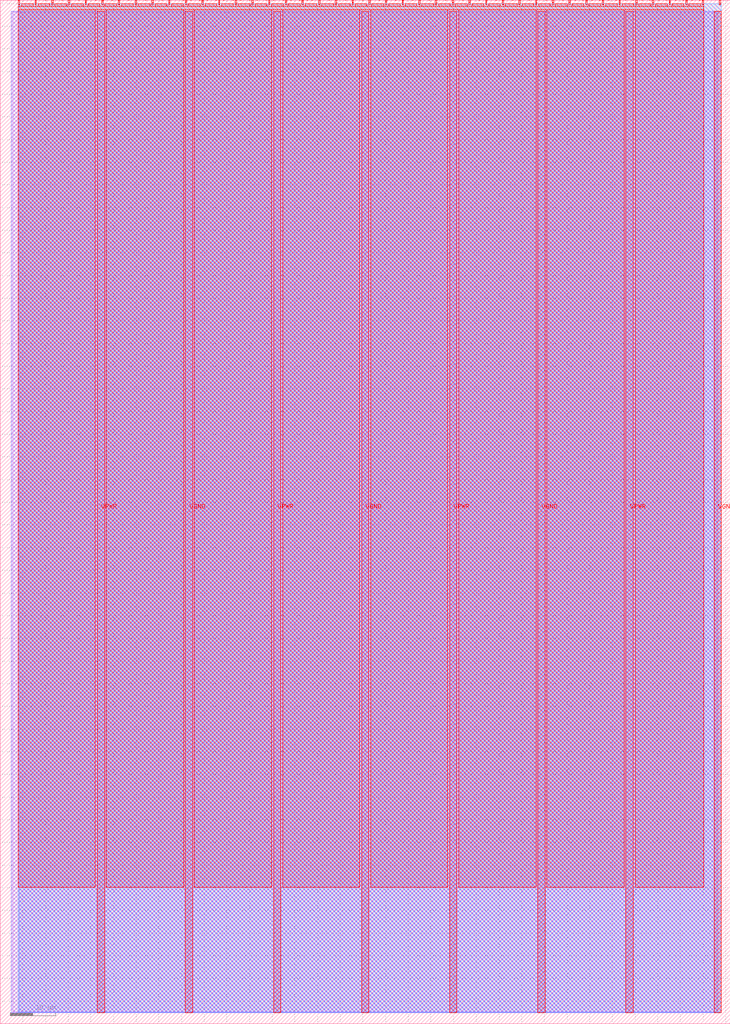
<source format=lef>
VERSION 5.7 ;
  NOWIREEXTENSIONATPIN ON ;
  DIVIDERCHAR "/" ;
  BUSBITCHARS "[]" ;
MACRO tt_um_jorgenkraghjakobsen_toi2s
  CLASS BLOCK ;
  FOREIGN tt_um_jorgenkraghjakobsen_toi2s ;
  ORIGIN 0.000 0.000 ;
  SIZE 161.000 BY 225.760 ;
  PIN VGND
    DIRECTION INOUT ;
    USE GROUND ;
    PORT
      LAYER met4 ;
        RECT 40.830 2.480 42.430 223.280 ;
    END
    PORT
      LAYER met4 ;
        RECT 79.700 2.480 81.300 223.280 ;
    END
    PORT
      LAYER met4 ;
        RECT 118.570 2.480 120.170 223.280 ;
    END
    PORT
      LAYER met4 ;
        RECT 157.440 2.480 159.040 223.280 ;
    END
  END VGND
  PIN VPWR
    DIRECTION INOUT ;
    USE POWER ;
    PORT
      LAYER met4 ;
        RECT 21.395 2.480 22.995 223.280 ;
    END
    PORT
      LAYER met4 ;
        RECT 60.265 2.480 61.865 223.280 ;
    END
    PORT
      LAYER met4 ;
        RECT 99.135 2.480 100.735 223.280 ;
    END
    PORT
      LAYER met4 ;
        RECT 138.005 2.480 139.605 223.280 ;
    END
  END VPWR
  PIN clk
    DIRECTION INPUT ;
    USE SIGNAL ;
    ANTENNAGATEAREA 0.852000 ;
    PORT
      LAYER met4 ;
        RECT 154.870 224.760 155.170 225.760 ;
    END
  END clk
  PIN ena
    DIRECTION INPUT ;
    USE SIGNAL ;
    PORT
      LAYER met4 ;
        RECT 158.550 224.760 158.850 225.760 ;
    END
  END ena
  PIN rst_n
    DIRECTION INPUT ;
    USE SIGNAL ;
    ANTENNAGATEAREA 0.247500 ;
    PORT
      LAYER met4 ;
        RECT 151.190 224.760 151.490 225.760 ;
    END
  END rst_n
  PIN ui_in[0]
    DIRECTION INPUT ;
    USE SIGNAL ;
    ANTENNAGATEAREA 0.196500 ;
    PORT
      LAYER met4 ;
        RECT 147.510 224.760 147.810 225.760 ;
    END
  END ui_in[0]
  PIN ui_in[1]
    DIRECTION INPUT ;
    USE SIGNAL ;
    PORT
      LAYER met4 ;
        RECT 143.830 224.760 144.130 225.760 ;
    END
  END ui_in[1]
  PIN ui_in[2]
    DIRECTION INPUT ;
    USE SIGNAL ;
    PORT
      LAYER met4 ;
        RECT 140.150 224.760 140.450 225.760 ;
    END
  END ui_in[2]
  PIN ui_in[3]
    DIRECTION INPUT ;
    USE SIGNAL ;
    PORT
      LAYER met4 ;
        RECT 136.470 224.760 136.770 225.760 ;
    END
  END ui_in[3]
  PIN ui_in[4]
    DIRECTION INPUT ;
    USE SIGNAL ;
    PORT
      LAYER met4 ;
        RECT 132.790 224.760 133.090 225.760 ;
    END
  END ui_in[4]
  PIN ui_in[5]
    DIRECTION INPUT ;
    USE SIGNAL ;
    PORT
      LAYER met4 ;
        RECT 129.110 224.760 129.410 225.760 ;
    END
  END ui_in[5]
  PIN ui_in[6]
    DIRECTION INPUT ;
    USE SIGNAL ;
    PORT
      LAYER met4 ;
        RECT 125.430 224.760 125.730 225.760 ;
    END
  END ui_in[6]
  PIN ui_in[7]
    DIRECTION INPUT ;
    USE SIGNAL ;
    PORT
      LAYER met4 ;
        RECT 121.750 224.760 122.050 225.760 ;
    END
  END ui_in[7]
  PIN uio_in[0]
    DIRECTION INPUT ;
    USE SIGNAL ;
    ANTENNAGATEAREA 0.126000 ;
    PORT
      LAYER met4 ;
        RECT 118.070 224.760 118.370 225.760 ;
    END
  END uio_in[0]
  PIN uio_in[1]
    DIRECTION INPUT ;
    USE SIGNAL ;
    ANTENNAGATEAREA 0.126000 ;
    PORT
      LAYER met4 ;
        RECT 114.390 224.760 114.690 225.760 ;
    END
  END uio_in[1]
  PIN uio_in[2]
    DIRECTION INPUT ;
    USE SIGNAL ;
    PORT
      LAYER met4 ;
        RECT 110.710 224.760 111.010 225.760 ;
    END
  END uio_in[2]
  PIN uio_in[3]
    DIRECTION INPUT ;
    USE SIGNAL ;
    PORT
      LAYER met4 ;
        RECT 107.030 224.760 107.330 225.760 ;
    END
  END uio_in[3]
  PIN uio_in[4]
    DIRECTION INPUT ;
    USE SIGNAL ;
    PORT
      LAYER met4 ;
        RECT 103.350 224.760 103.650 225.760 ;
    END
  END uio_in[4]
  PIN uio_in[5]
    DIRECTION INPUT ;
    USE SIGNAL ;
    PORT
      LAYER met4 ;
        RECT 99.670 224.760 99.970 225.760 ;
    END
  END uio_in[5]
  PIN uio_in[6]
    DIRECTION INPUT ;
    USE SIGNAL ;
    PORT
      LAYER met4 ;
        RECT 95.990 224.760 96.290 225.760 ;
    END
  END uio_in[6]
  PIN uio_in[7]
    DIRECTION INPUT ;
    USE SIGNAL ;
    PORT
      LAYER met4 ;
        RECT 92.310 224.760 92.610 225.760 ;
    END
  END uio_in[7]
  PIN uio_oe[0]
    DIRECTION OUTPUT TRISTATE ;
    USE SIGNAL ;
    PORT
      LAYER met4 ;
        RECT 29.750 224.760 30.050 225.760 ;
    END
  END uio_oe[0]
  PIN uio_oe[1]
    DIRECTION OUTPUT TRISTATE ;
    USE SIGNAL ;
    ANTENNADIFFAREA 0.445500 ;
    PORT
      LAYER met4 ;
        RECT 26.070 224.760 26.370 225.760 ;
    END
  END uio_oe[1]
  PIN uio_oe[2]
    DIRECTION OUTPUT TRISTATE ;
    USE SIGNAL ;
    PORT
      LAYER met4 ;
        RECT 22.390 224.760 22.690 225.760 ;
    END
  END uio_oe[2]
  PIN uio_oe[3]
    DIRECTION OUTPUT TRISTATE ;
    USE SIGNAL ;
    ANTENNADIFFAREA 0.445500 ;
    PORT
      LAYER met4 ;
        RECT 18.710 224.760 19.010 225.760 ;
    END
  END uio_oe[3]
  PIN uio_oe[4]
    DIRECTION OUTPUT TRISTATE ;
    USE SIGNAL ;
    PORT
      LAYER met4 ;
        RECT 15.030 224.760 15.330 225.760 ;
    END
  END uio_oe[4]
  PIN uio_oe[5]
    DIRECTION OUTPUT TRISTATE ;
    USE SIGNAL ;
    PORT
      LAYER met4 ;
        RECT 11.350 224.760 11.650 225.760 ;
    END
  END uio_oe[5]
  PIN uio_oe[6]
    DIRECTION OUTPUT TRISTATE ;
    USE SIGNAL ;
    PORT
      LAYER met4 ;
        RECT 7.670 224.760 7.970 225.760 ;
    END
  END uio_oe[6]
  PIN uio_oe[7]
    DIRECTION OUTPUT TRISTATE ;
    USE SIGNAL ;
    PORT
      LAYER met4 ;
        RECT 3.990 224.760 4.290 225.760 ;
    END
  END uio_oe[7]
  PIN uio_out[0]
    DIRECTION OUTPUT TRISTATE ;
    USE SIGNAL ;
    PORT
      LAYER met4 ;
        RECT 59.190 224.760 59.490 225.760 ;
    END
  END uio_out[0]
  PIN uio_out[1]
    DIRECTION OUTPUT TRISTATE ;
    USE SIGNAL ;
    ANTENNADIFFAREA 0.795200 ;
    PORT
      LAYER met4 ;
        RECT 55.510 224.760 55.810 225.760 ;
    END
  END uio_out[1]
  PIN uio_out[2]
    DIRECTION OUTPUT TRISTATE ;
    USE SIGNAL ;
    ANTENNADIFFAREA 0.795200 ;
    PORT
      LAYER met4 ;
        RECT 51.830 224.760 52.130 225.760 ;
    END
  END uio_out[2]
  PIN uio_out[3]
    DIRECTION OUTPUT TRISTATE ;
    USE SIGNAL ;
    ANTENNADIFFAREA 0.795200 ;
    PORT
      LAYER met4 ;
        RECT 48.150 224.760 48.450 225.760 ;
    END
  END uio_out[3]
  PIN uio_out[4]
    DIRECTION OUTPUT TRISTATE ;
    USE SIGNAL ;
    ANTENNADIFFAREA 0.795200 ;
    PORT
      LAYER met4 ;
        RECT 44.470 224.760 44.770 225.760 ;
    END
  END uio_out[4]
  PIN uio_out[5]
    DIRECTION OUTPUT TRISTATE ;
    USE SIGNAL ;
    ANTENNADIFFAREA 0.795200 ;
    PORT
      LAYER met4 ;
        RECT 40.790 224.760 41.090 225.760 ;
    END
  END uio_out[5]
  PIN uio_out[6]
    DIRECTION OUTPUT TRISTATE ;
    USE SIGNAL ;
    ANTENNADIFFAREA 0.445500 ;
    PORT
      LAYER met4 ;
        RECT 37.110 224.760 37.410 225.760 ;
    END
  END uio_out[6]
  PIN uio_out[7]
    DIRECTION OUTPUT TRISTATE ;
    USE SIGNAL ;
    ANTENNADIFFAREA 0.795200 ;
    PORT
      LAYER met4 ;
        RECT 33.430 224.760 33.730 225.760 ;
    END
  END uio_out[7]
  PIN uo_out[0]
    DIRECTION OUTPUT TRISTATE ;
    USE SIGNAL ;
    ANTENNADIFFAREA 0.795200 ;
    PORT
      LAYER met4 ;
        RECT 88.630 224.760 88.930 225.760 ;
    END
  END uo_out[0]
  PIN uo_out[1]
    DIRECTION OUTPUT TRISTATE ;
    USE SIGNAL ;
    ANTENNADIFFAREA 0.795200 ;
    PORT
      LAYER met4 ;
        RECT 84.950 224.760 85.250 225.760 ;
    END
  END uo_out[1]
  PIN uo_out[2]
    DIRECTION OUTPUT TRISTATE ;
    USE SIGNAL ;
    ANTENNADIFFAREA 0.795200 ;
    PORT
      LAYER met4 ;
        RECT 81.270 224.760 81.570 225.760 ;
    END
  END uo_out[2]
  PIN uo_out[3]
    DIRECTION OUTPUT TRISTATE ;
    USE SIGNAL ;
    ANTENNADIFFAREA 0.795200 ;
    PORT
      LAYER met4 ;
        RECT 77.590 224.760 77.890 225.760 ;
    END
  END uo_out[3]
  PIN uo_out[4]
    DIRECTION OUTPUT TRISTATE ;
    USE SIGNAL ;
    ANTENNADIFFAREA 0.795200 ;
    PORT
      LAYER met4 ;
        RECT 73.910 224.760 74.210 225.760 ;
    END
  END uo_out[4]
  PIN uo_out[5]
    DIRECTION OUTPUT TRISTATE ;
    USE SIGNAL ;
    PORT
      LAYER met4 ;
        RECT 70.230 224.760 70.530 225.760 ;
    END
  END uo_out[5]
  PIN uo_out[6]
    DIRECTION OUTPUT TRISTATE ;
    USE SIGNAL ;
    PORT
      LAYER met4 ;
        RECT 66.550 224.760 66.850 225.760 ;
    END
  END uo_out[6]
  PIN uo_out[7]
    DIRECTION OUTPUT TRISTATE ;
    USE SIGNAL ;
    ANTENNADIFFAREA 0.795200 ;
    PORT
      LAYER met4 ;
        RECT 62.870 224.760 63.170 225.760 ;
    END
  END uo_out[7]
  OBS
      LAYER li1 ;
        RECT 2.760 2.635 158.240 223.125 ;
      LAYER met1 ;
        RECT 2.460 2.480 159.040 223.280 ;
      LAYER met2 ;
        RECT 4.230 2.535 159.010 224.925 ;
      LAYER met3 ;
        RECT 3.950 2.555 159.030 224.905 ;
      LAYER met4 ;
        RECT 4.690 224.360 7.270 224.905 ;
        RECT 8.370 224.360 10.950 224.905 ;
        RECT 12.050 224.360 14.630 224.905 ;
        RECT 15.730 224.360 18.310 224.905 ;
        RECT 19.410 224.360 21.990 224.905 ;
        RECT 23.090 224.360 25.670 224.905 ;
        RECT 26.770 224.360 29.350 224.905 ;
        RECT 30.450 224.360 33.030 224.905 ;
        RECT 34.130 224.360 36.710 224.905 ;
        RECT 37.810 224.360 40.390 224.905 ;
        RECT 41.490 224.360 44.070 224.905 ;
        RECT 45.170 224.360 47.750 224.905 ;
        RECT 48.850 224.360 51.430 224.905 ;
        RECT 52.530 224.360 55.110 224.905 ;
        RECT 56.210 224.360 58.790 224.905 ;
        RECT 59.890 224.360 62.470 224.905 ;
        RECT 63.570 224.360 66.150 224.905 ;
        RECT 67.250 224.360 69.830 224.905 ;
        RECT 70.930 224.360 73.510 224.905 ;
        RECT 74.610 224.360 77.190 224.905 ;
        RECT 78.290 224.360 80.870 224.905 ;
        RECT 81.970 224.360 84.550 224.905 ;
        RECT 85.650 224.360 88.230 224.905 ;
        RECT 89.330 224.360 91.910 224.905 ;
        RECT 93.010 224.360 95.590 224.905 ;
        RECT 96.690 224.360 99.270 224.905 ;
        RECT 100.370 224.360 102.950 224.905 ;
        RECT 104.050 224.360 106.630 224.905 ;
        RECT 107.730 224.360 110.310 224.905 ;
        RECT 111.410 224.360 113.990 224.905 ;
        RECT 115.090 224.360 117.670 224.905 ;
        RECT 118.770 224.360 121.350 224.905 ;
        RECT 122.450 224.360 125.030 224.905 ;
        RECT 126.130 224.360 128.710 224.905 ;
        RECT 129.810 224.360 132.390 224.905 ;
        RECT 133.490 224.360 136.070 224.905 ;
        RECT 137.170 224.360 139.750 224.905 ;
        RECT 140.850 224.360 143.430 224.905 ;
        RECT 144.530 224.360 147.110 224.905 ;
        RECT 148.210 224.360 150.790 224.905 ;
        RECT 151.890 224.360 154.470 224.905 ;
        RECT 3.975 223.680 155.185 224.360 ;
        RECT 3.975 30.095 20.995 223.680 ;
        RECT 23.395 30.095 40.430 223.680 ;
        RECT 42.830 30.095 59.865 223.680 ;
        RECT 62.265 30.095 79.300 223.680 ;
        RECT 81.700 30.095 98.735 223.680 ;
        RECT 101.135 30.095 118.170 223.680 ;
        RECT 120.570 30.095 137.605 223.680 ;
        RECT 140.005 30.095 155.185 223.680 ;
  END
END tt_um_jorgenkraghjakobsen_toi2s
END LIBRARY


</source>
